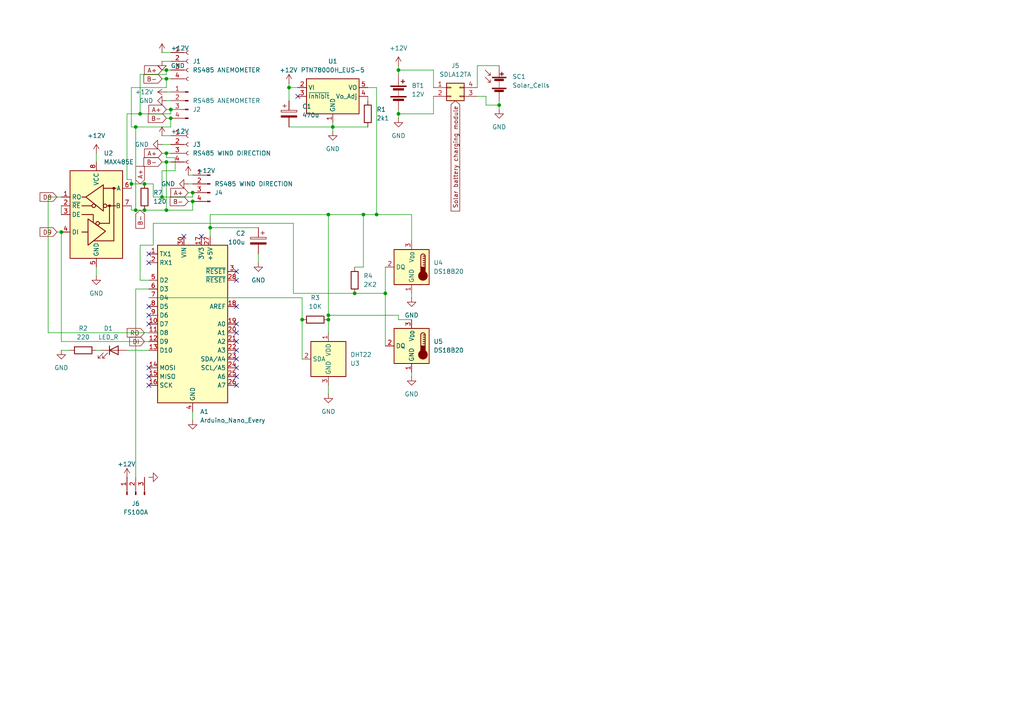
<source format=kicad_sch>
(kicad_sch (version 20250114) (generator "eeschema") (generator_version "9.0")
  (paper "A4")
  (title_block (title "Weather station with the sensor and UHF transmitter ") (date "2026-01-27") (rev "v1") (company "z0b1"))
  (lib_symbols
    (symbol "Connector:Conn_01x03_Pin" (pin_names (offset 1.016) (hide yes))
      (property "Reference" "J" (at 0 5.08 0))
      (property "Value" "Conn_01x03_Pin" (at 0 -5.08 0))
      (symbol "Conn_01x03_Pin_1_1"
        (rectangle (start 0.8636 2.667) (end 0 2.413) (stroke (width 0.1524)) (fill (type outline)))
        (rectangle (start 0.8636 0.127) (end 0 -0.127) (stroke (width 0.1524)) (fill (type outline)))
        (rectangle (start 0.8636 -2.413) (end 0 -2.667) (stroke (width 0.1524)) (fill (type outline)))
        (polyline (pts (xy 1.27 2.54) (xy 0.8636 2.54)) (stroke (width 0.1524)))
        (polyline (pts (xy 1.27 0) (xy 0.8636 0)) (stroke (width 0.1524)))
        (polyline (pts (xy 1.27 -2.54) (xy 0.8636 -2.54)) (stroke (width 0.1524)))
        (pin passive line (at 5.08 2.54 180) (length 3.81) (name "Pin_1") (number "1"))
        (pin passive line (at 5.08 0 180) (length 3.81) (name "Pin_2") (number "2"))
        (pin passive line (at 5.08 -2.54 180) (length 3.81) (name "Pin_3") (number "3"))
      )
    )
    (symbol "Connector:Conn_01x04_Pin" (pin_names (offset 1.016) (hide yes))
      (property "Reference" "J" (at 0 5.08 0))
      (property "Value" "Conn_01x04_Pin" (at 0 -7.62 0))
      (symbol "Conn_01x04_Pin_1_1"
        (rectangle (start 0.8636 2.667) (end 0 2.413) (stroke (width 0.1524)) (fill (type outline)))
        (rectangle (start 0.8636 0.127) (end 0 -0.127) (stroke (width 0.1524)) (fill (type outline)))
        (rectangle (start 0.8636 -2.413) (end 0 -2.667) (stroke (width 0.1524)) (fill (type outline)))
        (rectangle (start 0.8636 -4.953) (end 0 -5.207) (stroke (width 0.1524)) (fill (type outline)))
        (polyline (pts (xy 1.27 2.54) (xy 0.8636 2.54)) (stroke (width 0.1524)))
        (polyline (pts (xy 1.27 0) (xy 0.8636 0)) (stroke (width 0.1524)))
        (polyline (pts (xy 1.27 -2.54) (xy 0.8636 -2.54)) (stroke (width 0.1524)))
        (polyline (pts (xy 1.27 -5.08) (xy 0.8636 -5.08)) (stroke (width 0.1524)))
        (pin passive line (at 5.08 2.54 180) (length 3.81) (name "Pin_1") (number "1"))
        (pin passive line (at 5.08 0 180) (length 3.81) (name "Pin_2") (number "2"))
        (pin passive line (at 5.08 -2.54 180) (length 3.81) (name "Pin_3") (number "3"))
        (pin passive line (at 5.08 -5.08 180) (length 3.81) (name "Pin_4") (number "4"))
      )
    )
    (symbol "Connector:Conn_01x04_Socket" (pin_names (offset 1.016) (hide yes))
      (property "Reference" "J" (at 0 5.08 0))
      (property "Value" "Conn_01x04_Socket" (at 0 -7.62 0))
      (symbol "Conn_01x04_Socket_1_1"
        (polyline (pts (xy -1.27 2.54) (xy -0.508 2.54)) (stroke (width 0.1524)))
        (polyline (pts (xy -1.27 0) (xy -0.508 0)) (stroke (width 0.1524)))
        (polyline (pts (xy -1.27 -2.54) (xy -0.508 -2.54)) (stroke (width 0.1524)))
        (polyline (pts (xy -1.27 -5.08) (xy -0.508 -5.08)) (stroke (width 0.1524)))
        (arc (start 0 2.032) (mid -0.5058 2.54) (end 0 3.048) (stroke (width 0.1524)))
        (arc (start 0 -0.508) (mid -0.5058 0) (end 0 0.508) (stroke (width 0.1524)))
        (arc (start 0 -3.048) (mid -0.5058 -2.54) (end 0 -2.032) (stroke (width 0.1524)))
        (arc (start 0 -5.588) (mid -0.5058 -5.08) (end 0 -4.572) (stroke (width 0.1524)))
        (pin passive line (at -5.08 2.54 0) (length 3.81) (name "Pin_1") (number "1"))
        (pin passive line (at -5.08 0 0) (length 3.81) (name "Pin_2") (number "2"))
        (pin passive line (at -5.08 -2.54 0) (length 3.81) (name "Pin_3") (number "3"))
        (pin passive line (at -5.08 -5.08 0) (length 3.81) (name "Pin_4") (number "4"))
      )
    )
    (symbol "Connector_Generic:Conn_02x02_Counter_Clockwise" (pin_names (offset 1.016) (hide yes))
      (property "Reference" "J" (at 1.27 2.54 0))
      (property "Value" "Conn_02x02_Counter_Clockwise" (at 1.27 -5.08 0))
      (symbol "Conn_02x02_Counter_Clockwise_1_1"
        (rectangle (start -1.27 1.27) (end 3.81 -3.81) (stroke (width 0.254)) (fill (type background)))
        (rectangle (start -1.27 0.127) (end 0 -0.127) (stroke (width 0.1524)))
        (rectangle (start -1.27 -2.413) (end 0 -2.667) (stroke (width 0.1524)))
        (rectangle (start 3.81 0.127) (end 2.54 -0.127) (stroke (width 0.1524)))
        (rectangle (start 3.81 -2.413) (end 2.54 -2.667) (stroke (width 0.1524)))
        (pin passive line (at -5.08 0 0) (length 3.81) (name "Pin_1") (number "1"))
        (pin passive line (at -5.08 -2.54 0) (length 3.81) (name "Pin_2") (number "2"))
        (pin passive line (at 7.62 0 180) (length 3.81) (name "Pin_4") (number "4"))
        (pin passive line (at 7.62 -2.54 180) (length 3.81) (name "Pin_3") (number "3"))
      )
    )
    (symbol "Converter_DCDC:PTN78000H_EUS-5"
      (property "Reference" "U" (at -6.35 6.35 0))
      (property "Value" "PTN78000H_EUS-5" (at 3.81 6.35 0))
      (symbol "PTN78000H_EUS-5_0_1"
        (rectangle (start -7.62 5.08) (end 7.62 -5.08) (stroke (width 0.254)) (fill (type background)))
      )
      (symbol "PTN78000H_EUS-5_1_1"
        (pin power_in line (at -10.16 2.54 0) (length 2.54) (name "VI") (number "2"))
        (pin input line (at -10.16 0 0) (length 2.54) (name "~{Inhibit}") (number "3"))
        (pin power_in line (at 0 -7.62 90) (length 2.54) (name "GND") (number "1"))
        (pin power_out line (at 10.16 2.54 180) (length 2.54) (name "VO") (number "5"))
        (pin output line (at 10.16 0 180) (length 2.54) (name "Vo_Adj") (number "4"))
      )
    )
    (symbol "Device:Battery" (pin_numbers (hide yes)) (pin_names (offset 0) (hide yes))
      (property "Reference" "BT" (at 2.54 2.54 0))
      (property "Value" "Battery" (at 2.54 0 0))
      (symbol "Battery_0_1"
        (rectangle (start -2.286 1.778) (end 2.286 1.524) (fill (type outline)))
        (rectangle (start -2.286 -1.27) (end 2.286 -1.524) (fill (type outline)))
        (rectangle (start -1.524 1.016) (end 1.524 0.508) (fill (type outline)))
        (rectangle (start -1.524 -2.032) (end 1.524 -2.54) (fill (type outline)))
        (polyline (pts (xy 0 1.778) (xy 0 2.54)))
        (polyline (pts (xy 0 0) (xy 0 0.254)))
        (polyline (pts (xy 0 -0.508) (xy 0 -0.254)))
        (polyline (pts (xy 0 -1.016) (xy 0 -0.762)))
        (polyline (pts (xy 0.762 3.048) (xy 1.778 3.048)) (stroke (width 0.254)))
        (polyline (pts (xy 1.27 3.556) (xy 1.27 2.54)) (stroke (width 0.254)))
      )
      (symbol "Battery_1_1"
        (pin passive line (at 0 5.08 270) (length 2.54) (name "+") (number "1"))
        (pin passive line (at 0 -5.08 90) (length 2.54) (name "-") (number "2"))
      )
    )
    (symbol "Device:C_Polarized" (pin_numbers (hide yes)) (pin_names (offset 0.254))
      (property "Reference" "C" (at 0.635 2.54 0))
      (property "Value" "C_Polarized" (at 0.635 -2.54 0))
      (symbol "C_Polarized_0_1"
        (rectangle (start -2.286 0.508) (end 2.286 1.016))
        (polyline (pts (xy -1.778 2.286) (xy -0.762 2.286)))
        (polyline (pts (xy -1.27 2.794) (xy -1.27 1.778)))
        (rectangle (start 2.286 -0.508) (end -2.286 -1.016) (fill (type outline)))
      )
      (symbol "C_Polarized_1_1"
        (pin passive line (at 0 3.81 270) (length 2.794) (name "~") (number "1"))
        (pin passive line (at 0 -3.81 90) (length 2.794) (name "~") (number "2"))
      )
    )
    (symbol "Device:LED" (pin_numbers (hide yes)) (pin_names (offset 1.016) (hide yes))
      (property "Reference" "D" (at 0 2.54 0))
      (property "Value" "LED" (at 0 -2.54 0))
      (symbol "LED_0_1"
        (polyline (pts (xy -3.048 -0.762) (xy -4.572 -2.286) (xy -3.81 -2.286) (xy -4.572 -2.286) (xy -4.572 -1.524)))
        (polyline (pts (xy -1.778 -0.762) (xy -3.302 -2.286) (xy -2.54 -2.286) (xy -3.302 -2.286) (xy -3.302 -1.524)))
        (polyline (pts (xy -1.27 0) (xy 1.27 0)))
        (polyline (pts (xy -1.27 -1.27) (xy -1.27 1.27)) (stroke (width 0.254)))
        (polyline (pts (xy 1.27 -1.27) (xy 1.27 1.27) (xy -1.27 0) (xy 1.27 -1.27)) (stroke (width 0.254)))
      )
      (symbol "LED_1_1"
        (pin passive line (at -3.81 0 0) (length 2.54) (name "K") (number "1"))
        (pin passive line (at 3.81 0 180) (length 2.54) (name "A") (number "2"))
      )
    )
    (symbol "Device:R" (pin_numbers (hide yes)) (pin_names (offset 0))
      (property "Reference" "R" (at 2.032 0 90))
      (property "Value" "R" (at 0 0 90))
      (symbol "R_0_1"
        (rectangle (start -1.016 -2.54) (end 1.016 2.54) (stroke (width 0.254)))
      )
      (symbol "R_1_1"
        (pin passive line (at 0 3.81 270) (length 1.27) (name "~") (number "1"))
        (pin passive line (at 0 -3.81 90) (length 1.27) (name "~") (number "2"))
      )
    )
    (symbol "Device:Solar_Cells" (pin_numbers (hide yes)) (pin_names (offset 0) (hide yes))
      (property "Reference" "SC" (at 2.54 2.54 0))
      (property "Value" "Solar_Cells" (at 2.54 0 0))
      (symbol "Solar_Cells_0_1"
        (polyline (pts (xy -2.54 3.048) (xy -2.54 2.286) (xy -3.302 2.286)))
        (polyline (pts (xy -2.54 2.286) (xy -4.064 3.81)))
        (polyline (pts (xy -2.54 1.016) (xy -2.54 0.254) (xy -3.302 0.254)))
        (polyline (pts (xy -2.54 0.254) (xy -4.064 1.778)))
        (rectangle (start -2.032 1.778) (end 2.032 1.524) (fill (type outline)))
        (rectangle (start -2.032 -1.397) (end 2.032 -1.651) (fill (type outline)))
        (rectangle (start -1.3208 1.1938) (end 1.27 0.6858) (fill (type outline)))
        (rectangle (start -1.3208 -1.9812) (end 1.27 -2.4892) (fill (type outline)))
        (polyline (pts (xy 0 1.778) (xy 0 2.54)))
        (polyline (pts (xy 0 0.508) (xy 0 0.762)))
        (polyline (pts (xy 0 0) (xy 0 0.254)))
        (polyline (pts (xy 0 -0.508) (xy 0 -0.254)))
        (polyline (pts (xy 0 -1.016) (xy 0 -0.762)))
        (polyline (pts (xy 0 -1.524) (xy 0 -1.27)))
        (polyline (pts (xy 0.254 2.667) (xy 1.27 2.667)) (stroke (width 0.254)))
        (polyline (pts (xy 0.762 3.175) (xy 0.762 2.159)) (stroke (width 0.254)))
      )
      (symbol "Solar_Cells_1_1"
        (pin passive line (at 0 5.08 270) (length 2.54) (name "+") (number "1"))
        (pin passive line (at 0 -5.08 90) (length 2.54) (name "-") (number "2"))
      )
    )
    (symbol "Interface_UART:MAX485E"
      (property "Reference" "U" (at -6.985 13.97 0))
      (property "Value" "MAX485E" (at 1.905 13.97 0))
      (symbol "MAX485E_0_1"
        (rectangle (start -7.62 12.7) (end 7.62 -12.7) (stroke (width 0.254)) (fill (type background)))
        (polyline (pts (xy -4.191 2.54) (xy -1.27 2.54)) (stroke (width 0.254)))
        (polyline (pts (xy -4.191 0) (xy -0.889 0) (xy -0.889 -2.286)) (stroke (width 0.254)))
        (polyline (pts (xy -3.175 5.08) (xy -4.191 5.08) (xy -4.064 5.08)) (stroke (width 0.254)))
        (polyline (pts (xy -2.54 -5.08) (xy -4.191 -5.08)) (stroke (width 0.254)))
        (polyline (pts (xy -2.413 -5.08) (xy -2.413 -1.27) (xy 2.667 -4.826) (xy -2.413 -8.89) (xy -2.413 -5.08)) (stroke (width 0.254)))
        (polyline (pts (xy -0.635 -7.62) (xy 5.08 -7.62)) (stroke (width 0.254)))
        (circle (center 0.381 -2.54) (radius 0.508) (stroke (width 0.254)))
        (polyline (pts (xy 0.889 -2.54) (xy 3.81 -2.54)) (stroke (width 0.254)))
        (polyline (pts (xy 2.032 7.62) (xy 5.715 7.62)) (stroke (width 0.254)))
        (polyline (pts (xy 3.048 2.54) (xy 5.715 2.54)) (stroke (width 0.254)))
        (circle (center 3.81 2.54) (radius 0.2794) (stroke (width 0.254)) (fill (type outline)))
        (polyline (pts (xy 3.81 -2.54) (xy 3.81 2.54)) (stroke (width 0.254)))
        (polyline (pts (xy 5.08 -7.62) (xy 5.08 7.62)) (stroke (width 0.254)))
      )
      (symbol "MAX485E_1_1"
        (circle (center -0.762 2.54) (radius 0.508) (stroke (width 0.254)))
        (polyline (pts (xy 2.032 4.826) (xy 2.032 8.636) (xy -3.048 5.08) (xy 2.032 1.016) (xy 2.032 4.826)) (stroke (width 0.254)))
        (circle (center 2.54 2.54) (radius 0.508) (stroke (width 0.254)))
        (circle (center 5.08 7.62) (radius 0.2794) (stroke (width 0.254)) (fill (type outline)))
        (pin output line (at -10.16 5.08 0) (length 2.54) (name "RO") (number "1"))
        (pin input line (at -10.16 2.54 0) (length 2.54) (name "~{RE}") (number "2"))
        (pin input line (at -10.16 0 0) (length 2.54) (name "DE") (number "3"))
        (pin input line (at -10.16 -5.08 0) (length 2.54) (name "DI") (number "4"))
        (pin power_in line (at 0 15.24 270) (length 2.54) (name "VCC") (number "8"))
        (pin power_in line (at 0 -15.24 90) (length 2.54) (name "GND") (number "5"))
        (pin bidirectional line (at 10.16 7.62 180) (length 2.54) (name "A") (number "6"))
        (pin bidirectional line (at 10.16 2.54 180) (length 2.54) (name "B") (number "7"))
      )
    )
    (symbol "MCU_Module:Arduino_Nano_Every"
      (property "Reference" "A" (at -10.16 23.495 0))
      (property "Value" "Arduino_Nano_Every" (at 5.08 -24.13 0))
      (symbol "Arduino_Nano_Every_0_1"
        (rectangle (start -10.16 22.86) (end 10.16 -22.86) (stroke (width 0.254)) (fill (type background)))
      )
      (symbol "Arduino_Nano_Every_1_1"
        (pin bidirectional line (at -12.7 20.32 0) (length 2.54) (name "TX1") (number "1"))
        (pin bidirectional line (at -12.7 17.78 0) (length 2.54) (name "RX1") (number "2"))
        (pin bidirectional line (at -12.7 12.7 0) (length 2.54) (name "D2") (number "5"))
        (pin bidirectional line (at -12.7 10.16 0) (length 2.54) (name "D3") (number "6"))
        (pin bidirectional line (at -12.7 7.62 0) (length 2.54) (name "D4") (number "7"))
        (pin bidirectional line (at -12.7 5.08 0) (length 2.54) (name "D5") (number "8"))
        (pin bidirectional line (at -12.7 2.54 0) (length 2.54) (name "D6") (number "9"))
        (pin bidirectional line (at -12.7 0 0) (length 2.54) (name "D7") (number "10"))
        (pin bidirectional line (at -12.7 -2.54 0) (length 2.54) (name "D8") (number "11"))
        (pin bidirectional line (at -12.7 -5.08 0) (length 2.54) (name "D9") (number "12"))
        (pin bidirectional line (at -12.7 -7.62 0) (length 2.54) (name "D10") (number "13"))
        (pin bidirectional line (at -12.7 -12.7 0) (length 2.54) (name "MOSI") (number "14"))
        (pin bidirectional line (at -12.7 -15.24 0) (length 2.54) (name "MISO") (number "15"))
        (pin bidirectional line (at -12.7 -17.78 0) (length 2.54) (name "SCK") (number "16"))
        (pin power_in line (at -2.54 25.4 270) (length 2.54) (name "VIN") (number "30"))
        (pin passive line (at 0 -25.4 90) (length 2.54) (hide yes) (name "GND") (number "29"))
        (pin power_in line (at 0 -25.4 90) (length 2.54) (name "GND") (number "4"))
        (pin power_out line (at 2.54 25.4 270) (length 2.54) (name "3V3") (number "17"))
        (pin power_out line (at 5.08 25.4 270) (length 2.54) (name "+5V") (number "27"))
        (pin input line (at 12.7 15.24 180) (length 2.54) (name "~{RESET}") (number "3"))
        (pin input line (at 12.7 12.7 180) (length 2.54) (name "~{RESET}") (number "28"))
        (pin input line (at 12.7 5.08 180) (length 2.54) (name "AREF") (number "18"))
        (pin bidirectional line (at 12.7 0 180) (length 2.54) (name "A0") (number "19"))
        (pin bidirectional line (at 12.7 -2.54 180) (length 2.54) (name "A1") (number "20"))
        (pin bidirectional line (at 12.7 -5.08 180) (length 2.54) (name "A2") (number "21"))
        (pin bidirectional line (at 12.7 -7.62 180) (length 2.54) (name "A3") (number "22"))
        (pin bidirectional line (at 12.7 -10.16 180) (length 2.54) (name "SDA/A4") (number "23"))
        (pin bidirectional line (at 12.7 -12.7 180) (length 2.54) (name "SCL/A5") (number "24"))
        (pin bidirectional line (at 12.7 -15.24 180) (length 2.54) (name "A6") (number "25"))
        (pin bidirectional line (at 12.7 -17.78 180) (length 2.54) (name "A7") (number "26"))
      )
    )
    (symbol "Sensor:AM2302"
      (property "Reference" "U" (at -3.81 6.35 0))
      (property "Value" "AM2302" (at 3.81 6.35 0))
      (symbol "AM2302_0_1"
        (rectangle (start -5.08 5.08) (end 5.08 -5.08) (stroke (width 0.254)) (fill (type background)))
      )
      (symbol "AM2302_1_1"
        (pin power_in line (at 0 7.62 270) (length 2.54) (name "VDD") (number "1"))
        (pin power_in line (at 0 -7.62 90) (length 2.54) (name "GND") (number "3"))
        (pin passive line (at 0 -7.62 90) (length 2.54) (hide yes) (name "GND") (number "4"))
        (pin bidirectional line (at 7.62 0 180) (length 2.54) (name "SDA") (number "2"))
      )
    )
    (symbol "Sensor_Temperature:DS18B20"
      (property "Reference" "U" (at -3.81 6.35 0))
      (property "Value" "DS18B20" (at 6.35 6.35 0))
      (symbol "DS18B20_0_1"
        (rectangle (start -5.08 5.08) (end 5.08 -5.08) (stroke (width 0.254)) (fill (type background)))
        (polyline (pts (xy -3.937 3.175) (xy -3.937 0)) (stroke (width 0.254)))
        (polyline (pts (xy -3.937 3.175) (xy -3.302 3.175)) (stroke (width 0.254)))
        (polyline (pts (xy -3.937 2.54) (xy -3.302 2.54)) (stroke (width 0.254)))
        (polyline (pts (xy -3.937 1.905) (xy -3.302 1.905)) (stroke (width 0.254)))
        (polyline (pts (xy -3.937 1.27) (xy -3.302 1.27)) (stroke (width 0.254)))
        (polyline (pts (xy -3.937 0.635) (xy -3.302 0.635)) (stroke (width 0.254)))
        (arc (start -3.937 3.175) (mid -3.302 3.8073) (end -2.667 3.175) (stroke (width 0.254)))
        (circle (center -3.302 -2.54) (radius 1.27) (stroke (width 0.254)) (fill (type outline)))
        (polyline (pts (xy -2.667 3.175) (xy -2.667 0)) (stroke (width 0.254)))
        (rectangle (start -2.667 -1.905) (end -3.937 0) (stroke (width 0.254)) (fill (type outline)))
      )
      (symbol "DS18B20_1_1"
        (pin power_in line (at 0 7.62 270) (length 2.54) (name "V_{DD}") (number "3"))
        (pin power_in line (at 0 -7.62 90) (length 2.54) (name "GND") (number "1"))
        (pin bidirectional line (at 7.62 0 180) (length 2.54) (name "DQ") (number "2"))
      )
    )
    (symbol "power:+12V" (power) (pin_numbers (hide yes)) (pin_names (offset 0) (hide yes))
      (property "Value" "+12V" (at 0 3.556 0))
      (symbol "+12V_0_1"
        (polyline (pts (xy -0.762 1.27) (xy 0 2.54)))
        (polyline (pts (xy 0 2.54) (xy 0.762 1.27)))
        (polyline (pts (xy 0 0) (xy 0 2.54)))
      )
      (symbol "+12V_1_1"
        (pin power_in line (at 0 0 90) (length 0) (name "~") (number "1"))
      )
    )
    (symbol "power:GND" (power) (pin_numbers (hide yes)) (pin_names (offset 0) (hide yes))
      (property "Value" "GND" (at 0 -3.81 0))
      (symbol "GND_0_1"
        (polyline (pts (xy 0 0) (xy 0 -1.27) (xy 1.27 -1.27) (xy 0 -2.54) (xy -1.27 -1.27) (xy 0 -1.27)))
      )
      (symbol "GND_1_1"
        (pin power_in line (at 0 0 270) (length 0) (name "~") (number "1"))
      )
    )
  )
  (junction (at 48.26 44.45))
  (junction (at 49.53 31.75))
  (junction (at 46.99 57.15))
  (junction (at 115.57 20.32))
  (junction (at 60.96 66.04))
  (junction (at 48.26 60.96))
  (junction (at 111.76 85.09))
  (junction (at 40.64 33.02))
  (junction (at 95.25 62.23))
  (junction (at 144.78 30.48))
  (junction (at 109.22 62.23))
  (junction (at 96.52 36.83))
  (junction (at 95.25 92.71))
  (junction (at 41.91 53.34))
  (junction (at 48.26 20.32))
  (junction (at 38.1 53.34))
  (junction (at 48.26 22.86))
  (junction (at 83.82 25.4))
  (junction (at 48.26 46.99))
  (junction (at 105.41 62.23))
  (junction (at 102.87 85.09))
  (junction (at 55.88 55.88))
  (junction (at 17.78 67.31))
  (junction (at 49.53 34.29))
  (junction (at 115.57 33.02))
  (junction (at 55.88 58.42))
  (junction (at 39.37 60.96))
  (junction (at 95.25 91.44))
  (junction (at 87.63 92.71))
  (junction (at 41.91 60.96))
  (junction (at 39.37 36.83))
  (no_connect (at 68.58 93.98))
  (no_connect (at 43.18 109.22))
  (no_connect (at 53.34 68.58))
  (no_connect (at 68.58 109.22))
  (no_connect (at 43.18 106.68))
  (no_connect (at 43.18 88.9))
  (no_connect (at 68.58 78.74))
  (no_connect (at 68.58 99.06))
  (no_connect (at 58.42 68.58))
  (no_connect (at 68.58 104.14))
  (no_connect (at 43.18 111.76))
  (no_connect (at 43.18 93.98))
  (no_connect (at 68.58 96.52))
  (no_connect (at 86.36 27.94))
  (no_connect (at 68.58 101.6))
  (no_connect (at 43.18 76.2))
  (no_connect (at 43.18 73.66))
  (no_connect (at 68.58 106.68))
  (no_connect (at 68.58 88.9))
  (no_connect (at 43.18 91.44))
  (no_connect (at 68.58 81.28))
  (no_connect (at 68.58 111.76))
  (wire (pts (xy 49.53 36.83) (xy 49.53 34.29)))
  (wire (pts (xy 96.52 36.83) (xy 106.68 36.83)))
  (wire (pts (xy 115.57 33.02) (xy 125.73 33.02)))
  (wire (pts (xy 138.43 25.4) (xy 138.43 19.05)))
  (wire (pts (xy 48.26 60.96) (xy 55.88 60.96)))
  (wire (pts (xy 115.57 92.71) (xy 115.57 91.44)))
  (wire (pts (xy 48.26 22.86) (xy 48.26 25.4)))
  (wire (pts (xy 50.8 49.53) (xy 50.8 45.72)))
  (wire (pts (xy 48.26 31.75) (xy 49.53 31.75)))
  (wire (pts (xy 111.76 77.47) (xy 111.76 85.09)))
  (wire (pts (xy 48.26 46.99) (xy 48.26 60.96)))
  (wire (pts (xy 41.91 53.34) (xy 44.45 53.34)))
  (wire (pts (xy 95.25 91.44) (xy 95.25 92.71)))
  (wire (pts (xy 85.09 85.09) (xy 85.09 64.77)))
  (wire (pts (xy 109.22 62.23) (xy 105.41 62.23)))
  (wire (pts (xy 44.45 57.15) (xy 44.45 53.34)))
  (wire (pts (xy 105.41 77.47) (xy 105.41 62.23)))
  (wire (pts (xy 74.93 73.66) (xy 74.93 76.2)))
  (wire (pts (xy 38.1 25.4) (xy 38.1 36.83)))
  (wire (pts (xy 140.97 27.94) (xy 140.97 30.48)))
  (wire (pts (xy 95.25 92.71) (xy 95.25 96.52)))
  (wire (pts (xy 40.64 21.59) (xy 48.26 21.59)))
  (wire (pts (xy 105.41 62.23) (xy 95.25 62.23)))
  (wire (pts (xy 38.1 54.61) (xy 38.1 53.34)))
  (wire (pts (xy 115.57 19.05) (xy 115.57 20.32)))
  (wire (pts (xy 106.68 29.21) (xy 106.68 27.94)))
  (wire (pts (xy 115.57 20.32) (xy 125.73 20.32)))
  (wire (pts (xy 46.99 57.15) (xy 44.45 57.15)))
  (wire (pts (xy 83.82 25.4) (xy 83.82 29.21)))
  (wire (pts (xy 46.99 22.86) (xy 48.26 22.86)))
  (wire (pts (xy 115.57 31.75) (xy 115.57 33.02)))
  (wire (pts (xy 50.8 45.72) (xy 48.26 45.72)))
  (wire (pts (xy 115.57 33.02) (xy 115.57 34.29)))
  (wire (pts (xy 119.38 62.23) (xy 109.22 62.23)))
  (wire (pts (xy 17.78 101.6) (xy 20.32 101.6)))
  (wire (pts (xy 109.22 25.4) (xy 109.22 62.23)))
  (wire (pts (xy 48.26 21.59) (xy 48.26 20.32)))
  (wire (pts (xy 48.26 22.86) (xy 49.53 22.86)))
  (wire (pts (xy 74.93 66.04) (xy 60.96 66.04)))
  (wire (pts (xy 40.64 33.02) (xy 40.64 21.59)))
  (wire (pts (xy 13.97 96.52) (xy 43.18 96.52)))
  (wire (pts (xy 125.73 25.4) (xy 125.73 20.32)))
  (wire (pts (xy 46.99 41.91) (xy 49.53 41.91)))
  (wire (pts (xy 36.83 33.02) (xy 36.83 52.07)))
  (wire (pts (xy 115.57 91.44) (xy 95.25 91.44)))
  (wire (pts (xy 111.76 85.09) (xy 111.76 100.33)))
  (wire (pts (xy 87.63 92.71) (xy 87.63 104.14)))
  (wire (pts (xy 44.45 64.77) (xy 44.45 71.12)))
  (wire (pts (xy 102.87 85.09) (xy 85.09 85.09)))
  (wire (pts (xy 38.1 36.83) (xy 39.37 36.83)))
  (wire (pts (xy 46.99 15.24) (xy 49.53 15.24)))
  (wire (pts (xy 48.26 45.72) (xy 48.26 44.45)))
  (wire (pts (xy 60.96 62.23) (xy 95.25 62.23)))
  (wire (pts (xy 102.87 77.47) (xy 105.41 77.47)))
  (wire (pts (xy 36.83 101.6) (xy 43.18 101.6)))
  (wire (pts (xy 119.38 69.85) (xy 119.38 62.23)))
  (wire (pts (xy 95.25 111.76) (xy 95.25 114.3)))
  (wire (pts (xy 46.99 39.37) (xy 49.53 39.37)))
  (wire (pts (xy 17.78 99.06) (xy 17.78 67.31)))
  (wire (pts (xy 55.88 57.15) (xy 46.99 57.15)))
  (wire (pts (xy 27.94 44.45) (xy 27.94 46.99)))
  (wire (pts (xy 48.26 44.45) (xy 49.53 44.45)))
  (wire (pts (xy 39.37 60.96) (xy 41.91 60.96)))
  (wire (pts (xy 36.83 52.07) (xy 38.1 52.07)))
  (wire (pts (xy 40.64 81.28) (xy 43.18 81.28)))
  (wire (pts (xy 55.88 58.42) (xy 55.88 60.96)))
  (wire (pts (xy 40.64 33.02) (xy 49.53 33.02)))
  (wire (pts (xy 85.09 64.77) (xy 44.45 64.77)))
  (wire (pts (xy 39.37 83.82) (xy 39.37 138.43)))
  (wire (pts (xy 125.73 27.94) (xy 125.73 33.02)))
  (wire (pts (xy 39.37 36.83) (xy 49.53 36.83)))
  (wire (pts (xy 144.78 30.48) (xy 144.78 31.75)))
  (wire (pts (xy 111.76 85.09) (xy 102.87 85.09)))
  (wire (pts (xy 48.26 29.21) (xy 49.53 29.21)))
  (wire (pts (xy 48.26 26.67) (xy 49.53 26.67)))
  (wire (pts (xy 46.99 20.32) (xy 48.26 20.32)))
  (wire (pts (xy 41.91 60.96) (xy 48.26 60.96)))
  (wire (pts (xy 83.82 36.83) (xy 96.52 36.83)))
  (wire (pts (xy 106.68 25.4) (xy 109.22 25.4)))
  (wire (pts (xy 48.26 25.4) (xy 38.1 25.4)))
  (wire (pts (xy 95.25 62.23) (xy 95.25 91.44)))
  (wire (pts (xy 119.38 85.09) (xy 119.38 86.36)))
  (wire (pts (xy 87.63 86.36) (xy 87.63 92.71)))
  (wire (pts (xy 38.1 59.69) (xy 38.1 60.96)))
  (wire (pts (xy 96.52 36.83) (xy 96.52 38.1)))
  (wire (pts (xy 40.64 71.12) (xy 40.64 81.28)))
  (wire (pts (xy 119.38 107.95) (xy 119.38 109.22)))
  (wire (pts (xy 13.97 96.52) (xy 13.97 57.15)))
  (wire (pts (xy 46.99 57.15) (xy 46.99 49.53)))
  (wire (pts (xy 39.37 83.82) (xy 43.18 83.82)))
  (wire (pts (xy 46.99 44.45) (xy 48.26 44.45)))
  (wire (pts (xy 119.38 92.71) (xy 115.57 92.71)))
  (wire (pts (xy 43.18 86.36) (xy 87.63 86.36)))
  (wire (pts (xy 27.94 77.47) (xy 27.94 80.01)))
  (wire (pts (xy 60.96 66.04) (xy 60.96 68.58)))
  (wire (pts (xy 38.1 60.96) (xy 39.37 60.96)))
  (wire (pts (xy 17.78 99.06) (xy 43.18 99.06)))
  (wire (pts (xy 48.26 20.32) (xy 49.53 20.32)))
  (wire (pts (xy 46.99 46.99) (xy 48.26 46.99)))
  (wire (pts (xy 83.82 24.13) (xy 83.82 25.4)))
  (wire (pts (xy 36.83 33.02) (xy 40.64 33.02)))
  (wire (pts (xy 38.1 53.34) (xy 41.91 53.34)))
  (wire (pts (xy 144.78 29.21) (xy 144.78 30.48)))
  (wire (pts (xy 140.97 30.48) (xy 144.78 30.48)))
  (wire (pts (xy 54.61 50.8) (xy 55.88 50.8)))
  (wire (pts (xy 38.1 52.07) (xy 38.1 53.34)))
  (wire (pts (xy 115.57 20.32) (xy 115.57 21.59)))
  (wire (pts (xy 55.88 119.38) (xy 55.88 121.92)))
  (wire (pts (xy 46.99 49.53) (xy 50.8 49.53)))
  (wire (pts (xy 54.61 58.42) (xy 55.88 58.42)))
  (wire (pts (xy 13.97 57.15) (xy 17.78 57.15)))
  (wire (pts (xy 54.61 55.88) (xy 55.88 55.88)))
  (wire (pts (xy 138.43 27.94) (xy 140.97 27.94)))
  (wire (pts (xy 96.52 35.56) (xy 96.52 36.83)))
  (wire (pts (xy 55.88 55.88) (xy 55.88 57.15)))
  (wire (pts (xy 39.37 36.83) (xy 39.37 60.96)))
  (wire (pts (xy 49.53 31.75) (xy 49.53 33.02)))
  (wire (pts (xy 48.26 34.29) (xy 49.53 34.29)))
  (wire (pts (xy 83.82 25.4) (xy 86.36 25.4)))
  (wire (pts (xy 138.43 19.05) (xy 144.78 19.05)))
  (wire (pts (xy 27.94 101.6) (xy 29.21 101.6)))
  (wire (pts (xy 16.51 67.31) (xy 17.78 67.31)))
  (wire (pts (xy 17.78 59.69) (xy 17.78 62.23)))
  (wire (pts (xy 48.26 46.99) (xy 49.53 46.99)))
  (wire (pts (xy 44.45 71.12) (xy 40.64 71.12)))
  (wire (pts (xy 60.96 62.23) (xy 60.96 66.04)))
  (wire (pts (xy 46.99 17.78) (xy 49.53 17.78)))
  (wire (pts (xy 54.61 53.34) (xy 55.88 53.34)))
  (global_label "B-" (shape input) (at 54.61 58.42 180) (property "Intersheetrefs" "${INTERSHEET_REFS}" (effects (hide yes))))
  (global_label "A+" (shape input) (at 46.99 44.45 180) (property "Intersheetrefs" "${INTERSHEET_REFS}" (effects (hide yes))))
  (global_label "B-" (shape input) (at 46.99 22.86 180) (property "Intersheetrefs" "${INTERSHEET_REFS}" (effects (hide yes))))
  (global_label "B-" (shape input) (at 40.64 60.96 270) (property "Intersheetrefs" "${INTERSHEET_REFS}" (effects (hide yes))))
  (global_label "B-" (shape input) (at 46.99 46.99 180) (property "Intersheetrefs" "${INTERSHEET_REFS}" (effects (hide yes))))
  (global_label "Solar battery charging module" (shape input) (at 132.08 29.21 270) (property "Intersheetrefs" "${INTERSHEET_REFS}" (effects (hide yes))))
  (global_label "DI" (shape input) (at 41.91 99.06 180) (property "Intersheetrefs" "${INTERSHEET_REFS}" (effects (hide yes))))
  (global_label "D8" (shape input) (at 16.51 57.15 180) (property "Intersheetrefs" "${INTERSHEET_REFS}" (effects (hide yes))))
  (global_label "A+" (shape input) (at 54.61 55.88 180) (property "Intersheetrefs" "${INTERSHEET_REFS}" (effects (hide yes))))
  (global_label "RO" (shape input) (at 41.91 96.52 180) (property "Intersheetrefs" "${INTERSHEET_REFS}" (effects (hide yes))))
  (global_label "D9" (shape input) (at 16.51 67.31 180) (property "Intersheetrefs" "${INTERSHEET_REFS}" (effects (hide yes))))
  (global_label "A+" (shape input) (at 40.64 53.34 90) (property "Intersheetrefs" "${INTERSHEET_REFS}" (effects (hide yes))))
  (global_label "A+" (shape input) (at 46.99 20.32 180) (property "Intersheetrefs" "${INTERSHEET_REFS}" (effects (hide yes))))
  (global_label "A+" (shape input) (at 48.26 31.75 180) (property "Intersheetrefs" "${INTERSHEET_REFS}" (effects (hide yes))))
  (global_label "B-" (shape input) (at 48.26 34.29 180) (property "Intersheetrefs" "${INTERSHEET_REFS}" (effects (hide yes))))
  (symbol (lib_id "power:GND") (at 54.61 53.34 270) (unit 1)
    (property "Reference" "#PWR015" (effects (hide yes)))
    (property "Value" "GND" (at 50.8 53.3399 90) (effects (justify right)))
    (property "Description" "Power symbol creates a global label with name \"GND\" , ground" (effects (hide yes)))
  )
  (symbol (lib_id "power:GND") (at 95.25 114.3 0) (unit 1)
    (property "Reference" "#PWR018" (effects (hide yes)))
    (property "Value" "GND" (at 95.25 119.38 0))
    (property "Description" "Power symbol creates a global label with name \"GND\" , ground" (effects (hide yes)))
  )
  (symbol (lib_id "power:GND") (at 119.38 86.36 0) (unit 1)
    (property "Reference" "#PWR021" (effects (hide yes)))
    (property "Value" "GND" (at 119.38 91.44 0))
    (property "Description" "Power symbol creates a global label with name \"GND\" , ground" (effects (hide yes)))
  )
  (symbol (lib_id "Device:LED") (at 33.02 101.6 0) (unit 1)
    (property "Reference" "D1" (at 31.4325 95.25 0))
    (property "Value" "LED_R" (at 31.4325 97.79 0))
    (property "Footprint" "LED_THT:LED_D3.0mm" (effects (hide yes)))
    (property "Description" "Light emitting diode" (effects (hide yes)))
    (property "Sim.Pins" "1=K 2=A" (effects (hide yes)))
  )
  (symbol (lib_id "power:GND") (at 43.18 138.43 90) (unit 1)
    (property "Reference" "#PWR022" (effects (hide yes)))
    (property "Value" "GND" (effects (hide yes)))
    (property "Description" "Power symbol creates a global label with name \"GND\" , ground" (effects (hide yes)))
  )
  (symbol (lib_id "MCU_Module:Arduino_Nano_Every") (at 55.88 93.98 0) (unit 1)
    (property "Reference" "A1" (at 58.0233 119.38 0) (effects (justify left)))
    (property "Value" "Arduino_Nano_Every" (at 58.0233 121.92 0) (effects (justify left)))
    (property "Footprint" "Module:Arduino_Nano" (effects (hide yes)))
    (property "Datasheet" "https://content.arduino.cc/assets/NANOEveryV3.0_sch.pdf" (effects (hide yes)))
    (property "Description" "Arduino Nano Every" (effects (hide yes)))
  )
  (symbol (lib_id "power:+12V") (at 83.82 24.13 0) (unit 1)
    (property "Reference" "#PWR08" (effects (hide yes)))
    (property "Value" "+12V" (at 81.026 20.32 0) (effects (justify left)))
    (property "Description" "Power symbol creates a global label with name \"+12V\"" (effects (hide yes)))
  )
  (symbol (lib_id "power:GND") (at 74.93 76.2 0) (unit 1)
    (property "Reference" "#PWR013" (effects (hide yes)))
    (property "Value" "GND" (at 74.93 81.28 0))
    (property "Description" "Power symbol creates a global label with name \"GND\" , ground" (effects (hide yes)))
  )
  (symbol (lib_id "Connector:Conn_01x04_Socket") (at 54.61 41.91 0) (unit 1)
    (property "Reference" "J3" (at 55.88 41.9099 0) (effects (justify left)))
    (property "Value" "RS485 WIND DIRECTION" (at 55.88 44.4499 0) (effects (justify left)))
    (property "Description" "Generic connector, single row, 01x04, script generated" (effects (hide yes)))
  )
  (symbol (lib_id "Connector:Conn_01x03_Pin") (at 39.37 143.51 90) (unit 1)
    (property "Reference" "J6" (at 39.37 146.05 90))
    (property "Value" "FS100A" (at 39.37 148.59 90))
    (property "Footprint" "Connector_PinHeader_2.54mm:PinHeader_1x03_P2.54mm_Vertical" (effects (hide yes)))
    (property "Description" "Generic connector, single row, 01x03, script generated" (effects (hide yes)))
  )
  (symbol (lib_id "Connector:Conn_01x04_Pin") (at 54.61 29.21 0) (mirror y) (unit 1)
    (property "Reference" "J2" (at 55.88 31.7501 0) (effects (justify right)))
    (property "Value" "RS485 ANEMOMETER" (at 55.88 29.2101 0) (effects (justify right)))
    (property "Description" "Generic connector, single row, 01x04, script generated" (effects (hide yes)))
  )
  (symbol (lib_id "Connector:Conn_01x04_Pin") (at 60.96 53.34 0) (mirror y) (unit 1)
    (property "Reference" "J4" (at 62.23 55.8801 0) (effects (justify right)))
    (property "Value" "RS485 WIND DIRECTION" (at 62.23 53.3401 0) (effects (justify right)))
    (property "Footprint" "Connector_PinSocket_2.00mm:PinSocket_1x04_P2.00mm_Vertical" (effects (hide yes)))
    (property "Description" "Generic connector, single row, 01x04, script generated" (effects (hide yes)))
  )
  (symbol (lib_id "power:GND") (at 115.57 34.29 0) (unit 1)
    (property "Reference" "#PWR06" (effects (hide yes)))
    (property "Value" "GND" (at 115.57 39.37 0))
    (property "Description" "Power symbol creates a global label with name \"GND\" , ground" (effects (hide yes)))
  )
  (symbol (lib_id "power:GND") (at 17.78 101.6 0) (unit 1)
    (property "Reference" "#PWR019" (effects (hide yes)))
    (property "Value" "GND" (at 17.78 106.68 0))
    (property "Description" "Power symbol creates a global label with name \"GND\" , ground" (effects (hide yes)))
  )
  (symbol (lib_id "Device:R") (at 24.13 101.6 270) (unit 1)
    (property "Reference" "R2" (at 24.13 95.25 90))
    (property "Value" "220" (at 24.13 97.79 90))
    (property "Footprint" "Resistor_THT:R_Axial_DIN0204_L3.6mm_D1.6mm_P5.08mm_Horizontal" (effects (hide yes)))
    (property "Description" "Resistor" (effects (hide yes)))
  )
  (symbol (lib_id "power:GND") (at 119.38 109.22 0) (unit 1)
    (property "Reference" "#PWR020" (effects (hide yes)))
    (property "Value" "GND" (at 119.38 114.3 0))
    (property "Description" "Power symbol creates a global label with name \"GND\" , ground" (effects (hide yes)))
  )
  (symbol (lib_id "Sensor_Temperature:DS18B20") (at 119.38 100.33 0) (mirror y) (unit 1)
    (property "Reference" "U5" (at 125.73 99.0599 0) (effects (justify right)))
    (property "Value" "DS18B20" (at 125.73 101.5999 0) (effects (justify right)))
    (property "Footprint" "Connector_PinHeader_2.54mm:PinHeader_1x03_P2.54mm_Vertical" (effects (hide yes)))
    (property "Datasheet" "http://datasheets.maximintegrated.com/en/ds/DS18B20.pdf" (effects (hide yes)))
    (property "Description" "Programmable Resolution 1-Wire Digital Thermometer TO-92" (effects (hide yes)))
  )
  (symbol (lib_id "Connector:Conn_01x04_Socket") (at 54.61 17.78 0) (unit 1)
    (property "Reference" "J1" (at 55.88 17.7799 0) (effects (justify left)))
    (property "Value" "RS485 ANEMOMETER" (at 55.88 20.3199 0) (effects (justify left)))
    (property "Description" "Generic connector, single row, 01x04, script generated" (effects (hide yes)))
  )
  (symbol (lib_id "Device:R") (at 106.68 33.02 0) (unit 1)
    (property "Reference" "R1" (at 109.22 31.7499 0) (effects (justify left)))
    (property "Value" "2k1" (at 109.22 34.2899 0) (effects (justify left)))
    (property "Footprint" "Resistor_THT:R_Axial_DIN0204_L3.6mm_D1.6mm_P2.54mm_Vertical" (effects (hide yes)))
    (property "Description" "Resistor" (effects (hide yes)))
  )
  (symbol (lib_id "Device:R") (at 41.91 57.15 0) (unit 1)
    (property "Reference" "R7" (at 44.45 55.8799 0) (effects (justify left)))
    (property "Value" "120" (at 44.45 58.4199 0) (effects (justify left)))
    (property "Footprint" "Resistor_THT:R_Axial_DIN0204_L3.6mm_D1.6mm_P5.08mm_Horizontal" (effects (hide yes)))
    (property "Description" "Resistor" (effects (hide yes)))
  )
  (symbol (lib_id "Interface_UART:MAX485E") (at 27.94 62.23 0) (unit 1)
    (property "Reference" "U2" (at 30.0833 44.45 0) (effects (justify left)))
    (property "Value" "MAX485E" (at 30.0833 46.99 0) (effects (justify left)))
    (property "Footprint" "Package_SO:SOIC-8_3.9x4.9mm_P1.27mm" (effects (hide yes)))
    (property "Datasheet" "https://datasheets.maximintegrated.com/en/ds/MAX1487E-MAX491E.pdf" (effects (hide yes)))
    (property "Description" "Half duplex RS-485/RS-422, 2.5 Mbps, ±15kV electro-static discharge (ESD) protection, no slew-rate, no low-power shutdown, with receiver/driver enable, 32 receiver drive capability, DIP-8 and SOIC-8" (effects (hide yes)))
  )
  (symbol (lib_id "Device:Solar_Cells") (at 144.78 24.13 0) (unit 1)
    (property "Reference" "SC1" (at 148.59 22.2249 0) (effects (justify left)))
    (property "Value" "Solar_Cells" (at 148.59 24.7649 0) (effects (justify left)))
    (property "Description" "Multiple solar cells" (effects (hide yes)))
  )
  (symbol (lib_id "power:GND") (at 144.78 31.75 0) (unit 1)
    (property "Reference" "#PWR010" (effects (hide yes)))
    (property "Value" "GND" (at 144.78 36.83 0))
    (property "Description" "Power symbol creates a global label with name \"GND\" , ground" (effects (hide yes)))
  )
  (symbol (lib_id "power:+12V") (at 46.99 39.37 0) (unit 1)
    (property "Reference" "#PWR04" (effects (hide yes)))
    (property "Value" "+12V" (at 49.53 38.0999 0) (effects (justify left)))
    (property "Description" "Power symbol creates a global label with name \"+12V\"" (effects (hide yes)))
  )
  (symbol (lib_id "Device:R") (at 91.44 92.71 90) (unit 1)
    (property "Reference" "R3" (at 91.44 86.36 90))
    (property "Value" "10K" (at 91.44 88.9 90))
    (property "Footprint" "Resistor_THT:R_Axial_DIN0204_L3.6mm_D1.6mm_P5.08mm_Horizontal" (effects (hide yes)))
    (property "Description" "Resistor" (effects (hide yes)))
  )
  (symbol (lib_id "power:+12V") (at 27.94 44.45 0) (unit 1)
    (property "Reference" "#PWR012" (effects (hide yes)))
    (property "Value" "+12V" (at 27.94 39.37 0))
    (property "Description" "Power symbol creates a global label with name \"+12V\"" (effects (hide yes)))
  )
  (symbol (lib_id "Sensor:AM2302") (at 95.25 104.14 0) (mirror y) (unit 1)
    (property "Reference" "U3" (at 101.6 105.4101 0) (effects (justify right)))
    (property "Value" "DHT22" (at 101.6 102.8701 0) (effects (justify right)))
    (property "Footprint" "Sensor:ASAIR_AM2302_P2.54mm_Vertical" (effects (hide yes)))
    (property "Datasheet" "http://akizukidenshi.com/download/ds/aosong/AM2302.pdf" (effects (hide yes)))
    (property "Description" "3.3 to 5.0V, Temperature and humidity module,  DHT22, AM2302" (effects (hide yes)))
  )
  (symbol (lib_id "Sensor_Temperature:DS18B20") (at 119.38 77.47 0) (mirror y) (unit 1)
    (property "Reference" "U4" (at 125.73 76.1999 0) (effects (justify right)))
    (property "Value" "DS18B20" (at 125.73 78.7399 0) (effects (justify right)))
    (property "Footprint" "Connector_PinHeader_2.54mm:PinHeader_1x03_P2.54mm_Vertical" (effects (hide yes)))
    (property "Datasheet" "http://datasheets.maximintegrated.com/en/ds/DS18B20.pdf" (effects (hide yes)))
    (property "Description" "Programmable Resolution 1-Wire Digital Thermometer TO-92" (effects (hide yes)))
  )
  (symbol (lib_id "power:+12V") (at 48.26 26.67 90) (unit 1)
    (property "Reference" "#PWR016" (effects (hide yes)))
    (property "Value" "+12V" (at 44.45 26.6699 90) (effects (justify left)))
    (property "Description" "Power symbol creates a global label with name \"+12V\"" (effects (hide yes)))
  )
  (symbol (lib_id "power:GND") (at 46.99 41.91 270) (unit 1)
    (property "Reference" "#PWR02" (effects (hide yes)))
    (property "Value" "GND" (at 43.18 41.9099 90) (effects (justify right)))
    (property "Description" "Power symbol creates a global label with name \"GND\" , ground" (effects (hide yes)))
  )
  (symbol (lib_id "power:GND") (at 55.88 121.92 0) (unit 1)
    (property "Reference" "#PWR09" (effects (hide yes)))
    (property "Value" "GND" (effects (hide yes)))
    (property "Description" "Power symbol creates a global label with name \"GND\" , ground" (effects (hide yes)))
  )
  (symbol (lib_id "power:GND") (at 46.99 17.78 0) (unit 1)
    (property "Reference" "#PWR01" (effects (hide yes)))
    (property "Value" "GND" (at 49.53 19.0499 0) (effects (justify left)))
    (property "Description" "Power symbol creates a global label with name \"GND\" , ground" (effects (hide yes)))
  )
  (symbol (lib_id "power:GND") (at 27.94 80.01 0) (unit 1)
    (property "Reference" "#PWR011" (effects (hide yes)))
    (property "Value" "GND" (at 27.94 85.09 0))
    (property "Description" "Power symbol creates a global label with name \"GND\" , ground" (effects (hide yes)))
  )
  (symbol (lib_id "power:+12V") (at 46.99 15.24 0) (unit 1)
    (property "Reference" "#PWR03" (effects (hide yes)))
    (property "Value" "+12V" (at 49.53 13.9699 0) (effects (justify left)))
    (property "Description" "Power symbol creates a global label with name \"+12V\"" (effects (hide yes)))
  )
  (symbol (lib_id "Connector_Generic:Conn_02x02_Counter_Clockwise") (at 130.81 25.4 0) (unit 1)
    (property "Reference" "J5" (at 132.08 19.05 0))
    (property "Value" "SDLA12TA" (at 132.08 21.59 0))
    (property "Footprint" "Connector_PinHeader_2.00mm:PinHeader_1x02_P2.00mm_Vertical" (effects (hide yes)))
    (property "Description" "Generic connector, double row, 02x02, counter clockwise pin numbering scheme (similar to DIP package numbering), script generated (kicad-library-utils/schlib/autogen/connector/)" (effects (hide yes)))
  )
  (symbol (lib_id "Device:C_Polarized") (at 74.93 69.85 0) (mirror y) (unit 1)
    (property "Reference" "C2" (at 71.12 67.6909 0) (effects (justify left)))
    (property "Value" "100u" (at 71.12 70.2309 0) (effects (justify left)))
    (property "Footprint" "Capacitor_THT:CP_Radial_D5.0mm_P2.00mm" (effects (hide yes)))
    (property "Description" "Polarized capacitor" (effects (hide yes)))
  )
  (symbol (lib_id "Device:C_Polarized") (at 83.82 33.02 0) (unit 1)
    (property "Reference" "C1" (at 87.63 30.8609 0) (effects (justify left)))
    (property "Value" "470u" (at 87.63 33.4009 0) (effects (justify left)))
    (property "Footprint" "Capacitor_THT:CP_Radial_D5.0mm_P2.00mm" (effects (hide yes)))
    (property "Description" "Polarized capacitor" (effects (hide yes)))
  )
  (symbol (lib_id "power:GND") (at 48.26 29.21 270) (unit 1)
    (property "Reference" "#PWR017" (effects (hide yes)))
    (property "Value" "GND" (at 44.45 29.2099 90) (effects (justify right)))
    (property "Description" "Power symbol creates a global label with name \"GND\" , ground" (effects (hide yes)))
  )
  (symbol (lib_id "Device:Battery") (at 115.57 26.67 0) (unit 1)
    (property "Reference" "BT1" (at 119.38 24.8284 0) (effects (justify left)))
    (property "Value" "12V" (at 119.38 27.3684 0) (effects (justify left)))
    (property "Footprint" "Connector_PinHeader_2.00mm:PinHeader_1x02_P2.00mm_Vertical" (effects (hide yes)))
    (property "Description" "Multiple-cell battery" (effects (hide yes)))
  )
  (symbol (lib_id "power:+12V") (at 54.61 50.8 0) (unit 1)
    (property "Reference" "#PWR014" (effects (hide yes)))
    (property "Value" "+12V" (at 57.15 49.5299 0) (effects (justify left)))
    (property "Description" "Power symbol creates a global label with name \"+12V\"" (effects (hide yes)))
  )
  (symbol (lib_id "power:+12V") (at 36.83 138.43 0) (unit 1)
    (property "Reference" "#PWR023" (effects (hide yes)))
    (property "Value" "+12V" (at 34.036 134.62 0) (effects (justify left)))
    (property "Description" "Power symbol creates a global label with name \"+12V\"" (effects (hide yes)))
  )
  (symbol (lib_id "Converter_DCDC:PTN78000H_EUS-5") (at 96.52 27.94 0) (unit 1)
    (property "Reference" "U1" (at 96.52 17.78 0))
    (property "Value" "PTN78000H_EUS-5" (at 96.52 20.32 0))
    (property "Footprint" "Module:Texas_EUS_R-PDSS-T5_THT" (effects (hide yes)))
    (property "Datasheet" "https://www.ti.com/lit/ds/symlink/ptn78000w.pdf" (effects (hide yes)))
    (property "Description" "1.5A non-isolated switching regulator power module, 7-36V input voltage, 11.85-22V output voltage, EUS-5" (effects (hide yes)))
  )
  (symbol (lib_id "power:+12V") (at 115.57 19.05 0) (unit 1)
    (property "Reference" "#PWR05" (effects (hide yes)))
    (property "Value" "+12V" (at 115.57 13.97 0))
    (property "Description" "Power symbol creates a global label with name \"+12V\"" (effects (hide yes)))
  )
  (symbol (lib_id "Device:R") (at 102.87 81.28 0) (unit 1)
    (property "Reference" "R4" (at 105.41 80.0099 0) (effects (justify left)))
    (property "Value" "2K2" (at 105.41 82.5499 0) (effects (justify left)))
    (property "Footprint" "Resistor_THT:R_Axial_DIN0204_L3.6mm_D1.6mm_P5.08mm_Horizontal" (effects (hide yes)))
    (property "Description" "Resistor" (effects (hide yes)))
  )
  (symbol (lib_id "power:GND") (at 96.52 38.1 0) (unit 1)
    (property "Reference" "#PWR07" (effects (hide yes)))
    (property "Value" "GND" (at 96.52 43.18 0))
    (property "Description" "Power symbol creates a global label with name \"GND\" , ground" (effects (hide yes)))
  )
)
</source>
